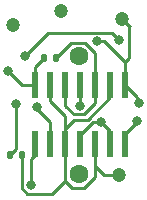
<source format=gbl>
%TF.GenerationSoftware,KiCad,Pcbnew,7.0.7*%
%TF.CreationDate,2023-12-15T10:49:52-05:00*%
%TF.ProjectId,Conference Circuit 1214,436f6e66-6572-4656-9e63-652043697263,rev?*%
%TF.SameCoordinates,Original*%
%TF.FileFunction,Copper,L2,Bot*%
%TF.FilePolarity,Positive*%
%FSLAX46Y46*%
G04 Gerber Fmt 4.6, Leading zero omitted, Abs format (unit mm)*
G04 Created by KiCad (PCBNEW 7.0.7) date 2023-12-15 10:49:52*
%MOMM*%
%LPD*%
G01*
G04 APERTURE LIST*
G04 Aperture macros list*
%AMRoundRect*
0 Rectangle with rounded corners*
0 $1 Rounding radius*
0 $2 $3 $4 $5 $6 $7 $8 $9 X,Y pos of 4 corners*
0 Add a 4 corners polygon primitive as box body*
4,1,4,$2,$3,$4,$5,$6,$7,$8,$9,$2,$3,0*
0 Add four circle primitives for the rounded corners*
1,1,$1+$1,$2,$3*
1,1,$1+$1,$4,$5*
1,1,$1+$1,$6,$7*
1,1,$1+$1,$8,$9*
0 Add four rect primitives between the rounded corners*
20,1,$1+$1,$2,$3,$4,$5,0*
20,1,$1+$1,$4,$5,$6,$7,0*
20,1,$1+$1,$6,$7,$8,$9,0*
20,1,$1+$1,$8,$9,$2,$3,0*%
G04 Aperture macros list end*
%TA.AperFunction,ComponentPad*%
%ADD10C,1.200000*%
%TD*%
%TA.AperFunction,ConnectorPad*%
%ADD11C,1.200000*%
%TD*%
%TA.AperFunction,ComponentPad*%
%ADD12C,1.600200*%
%TD*%
%TA.AperFunction,SMDPad,CuDef*%
%ADD13R,0.558800X2.286000*%
%TD*%
%TA.AperFunction,SMDPad,CuDef*%
%ADD14RoundRect,0.135000X-0.135000X-0.185000X0.135000X-0.185000X0.135000X0.185000X-0.135000X0.185000X0*%
%TD*%
%TA.AperFunction,ViaPad*%
%ADD15C,0.800000*%
%TD*%
%TA.AperFunction,Conductor*%
%ADD16C,0.250000*%
%TD*%
G04 APERTURE END LIST*
D10*
%TO.P,TP3,1,1*%
%TO.N,0*%
X151384000Y-91313000D03*
D11*
X151384000Y-91313000D03*
%TD*%
D10*
%TO.P,TP4,1,1*%
%TO.N,Net-(R2-Pad2)*%
X160401000Y-104013000D03*
D11*
X160401000Y-104013000D03*
%TD*%
D10*
%TO.P,TP2,1,1*%
%TO.N,Net-(Q3-C)*%
X155448000Y-90170000D03*
D11*
X155448000Y-90170000D03*
%TD*%
D10*
%TO.P,TP1,1,1*%
%TO.N,+3.3V*%
X160655000Y-90805000D03*
D11*
X160655000Y-90805000D03*
%TD*%
D12*
%TO.P,BT1,1,+*%
%TO.N,+3.3V*%
X156965000Y-93987595D03*
%TO.P,BT1,2,-*%
%TO.N,0*%
X156965000Y-103987595D03*
%TD*%
D13*
%TO.P,U1,1*%
%TO.N,Net-(C1-Pad2)*%
X160909000Y-101447600D03*
%TO.P,U1,2*%
%TO.N,Net-(R1-Pad1)*%
X159639000Y-101447600D03*
%TO.P,U1,3*%
%TO.N,Net-(R2-Pad2)*%
X158369000Y-101447600D03*
%TO.P,U1,4*%
%TO.N,Net-(R1-Pad1)*%
X157099000Y-101447600D03*
%TO.P,U1,5*%
%TO.N,Net-(R2-Pad2)*%
X155829000Y-101447600D03*
%TO.P,U1,6*%
%TO.N,Net-(C2-Pad2)*%
X154559000Y-101447600D03*
%TO.P,U1,7,GND*%
%TO.N,0*%
X153289000Y-101447600D03*
%TO.P,U1,8*%
%TO.N,Net-(C3-Pad2)*%
X153289000Y-96418400D03*
%TO.P,U1,9*%
%TO.N,Net-(R2-Pad2)*%
X154559000Y-96418400D03*
%TO.P,U1,10*%
%TO.N,Net-(R5-Pad2)*%
X155829000Y-96418400D03*
%TO.P,U1,11*%
%TO.N,Net-(C4-Pad1)*%
X157099000Y-96418400D03*
%TO.P,U1,12*%
%TO.N,Net-(R5-Pad2)*%
X158369000Y-96418400D03*
%TO.P,U1,13*%
%TO.N,Net-(R2-Pad2)*%
X159639000Y-96418400D03*
%TO.P,U1,14,VCC*%
%TO.N,+3.3V*%
X160909000Y-96418400D03*
%TD*%
D14*
%TO.P,R5,1*%
%TO.N,Net-(C3-Pad2)*%
X154049000Y-94107000D03*
%TO.P,R5,2*%
%TO.N,Net-(R5-Pad2)*%
X155069000Y-94107000D03*
%TD*%
%TO.P,R2,1*%
%TO.N,Net-(Q2-C)*%
X151128000Y-102362000D03*
%TO.P,R2,2*%
%TO.N,Net-(R2-Pad2)*%
X152148000Y-102362000D03*
%TD*%
D15*
%TO.N,Net-(C1-Pad2)*%
X161925000Y-99441000D03*
%TO.N,Net-(C2-Pad2)*%
X153416000Y-98298000D03*
%TO.N,0*%
X152908000Y-104902000D03*
%TO.N,Net-(C3-Pad2)*%
X151003000Y-95250000D03*
%TO.N,Net-(C4-Pad1)*%
X157099000Y-98171000D03*
%TO.N,Net-(Q3-B)*%
X152400000Y-93980000D03*
X160401000Y-92583000D03*
%TO.N,Net-(R1-Pad1)*%
X158877000Y-99568000D03*
%TO.N,+3.3V*%
X158496000Y-92710000D03*
X162052000Y-97917000D03*
%TO.N,Net-(Q2-C)*%
X151638000Y-98044000D03*
%TD*%
D16*
%TO.N,Net-(C1-Pad2)*%
X161925000Y-99568000D02*
X161925000Y-99441000D01*
X160909000Y-100584000D02*
X161925000Y-99568000D01*
X161925000Y-99441000D02*
X162052000Y-99441000D01*
X162052000Y-99441000D02*
X162052000Y-99441000D01*
X160909000Y-101447600D02*
X160909000Y-100584000D01*
%TO.N,Net-(C2-Pad2)*%
X153289000Y-98298000D02*
X153289000Y-98298000D01*
X154559000Y-99568000D02*
X153416000Y-98425000D01*
X154559000Y-101447600D02*
X154559000Y-99568000D01*
X153416000Y-98425000D02*
X153416000Y-98298000D01*
X153416000Y-98298000D02*
X153289000Y-98298000D01*
%TO.N,0*%
X153289000Y-101447600D02*
X153289000Y-102311200D01*
X153289000Y-102311200D02*
X152908000Y-102692200D01*
X152908000Y-102692200D02*
X152908000Y-104902000D01*
X152908000Y-104902000D02*
X152908000Y-105029000D01*
%TO.N,Net-(C3-Pad2)*%
X153289000Y-94867000D02*
X153289000Y-96418400D01*
X152171400Y-96418400D02*
X153289000Y-96418400D01*
X154049000Y-94107000D02*
X153289000Y-94867000D01*
X151003000Y-95250000D02*
X152171400Y-96418400D01*
%TO.N,Net-(C4-Pad1)*%
X157099000Y-98171000D02*
X157099000Y-96418400D01*
%TO.N,Net-(Q3-B)*%
X152400000Y-93980000D02*
X154395000Y-91985000D01*
X159422000Y-91985000D02*
X159803000Y-91985000D01*
X154395000Y-91985000D02*
X159422000Y-91985000D01*
X159803000Y-91985000D02*
X160401000Y-92583000D01*
%TO.N,Net-(R1-Pad1)*%
X159639000Y-101447600D02*
X159639000Y-100330000D01*
X157099000Y-100645200D02*
X158176200Y-99568000D01*
X157099000Y-101447600D02*
X157099000Y-100645200D01*
X159639000Y-100330000D02*
X158877000Y-99568000D01*
X158176200Y-99568000D02*
X158877000Y-99568000D01*
%TO.N,Net-(R2-Pad2)*%
X158369000Y-104174727D02*
X157431032Y-105112695D01*
X156591000Y-99346000D02*
X157761804Y-99346000D01*
X152607695Y-105627000D02*
X154723000Y-105627000D01*
X154723000Y-105627000D02*
X155829000Y-104521000D01*
X152148000Y-102362000D02*
X152148000Y-105167305D01*
X154559000Y-97811400D02*
X154559000Y-96418400D01*
X154559000Y-97811400D02*
X155829000Y-99081400D01*
X158369000Y-101447600D02*
X158369000Y-104174727D01*
X155829000Y-99081400D02*
X155829000Y-101447600D01*
X157761804Y-99346000D02*
X159639000Y-97468804D01*
X157431032Y-105112695D02*
X156420695Y-105112695D01*
X155829000Y-104521000D02*
X155829000Y-101447600D01*
X159143765Y-104013000D02*
X158369000Y-103238235D01*
X155829000Y-100108000D02*
X156591000Y-99346000D01*
X159639000Y-97468804D02*
X159639000Y-96418400D01*
X158369000Y-103238235D02*
X158369000Y-101447600D01*
X160401000Y-104013000D02*
X159143765Y-104013000D01*
X155829000Y-101447600D02*
X155829000Y-100108000D01*
X152148000Y-105167305D02*
X152607695Y-105627000D01*
X156420695Y-105112695D02*
X155829000Y-104521000D01*
%TO.N,+3.3V*%
X160909000Y-94478695D02*
X161255000Y-94132695D01*
X161925000Y-97434400D02*
X162052000Y-97917000D01*
X159140305Y-92710000D02*
X158496000Y-92710000D01*
X161255000Y-94132695D02*
X161255000Y-91405000D01*
X160909000Y-96418400D02*
X160909000Y-94478695D01*
X160909000Y-96418400D02*
X161925000Y-97434400D01*
X160909000Y-94478695D02*
X159140305Y-92710000D01*
X156965000Y-93987595D02*
X156329405Y-93987595D01*
X162052000Y-97917000D02*
X161925000Y-97917000D01*
X161255000Y-91405000D02*
X160655000Y-90805000D01*
X161290000Y-91440000D02*
X160655000Y-90805000D01*
%TO.N,Net-(R5-Pad2)*%
X157505495Y-92862495D02*
X158369000Y-93726000D01*
X155069000Y-94107000D02*
X156313505Y-92862495D01*
X156313505Y-92862495D02*
X157505495Y-92862495D01*
X158369000Y-96418400D02*
X158369000Y-97926305D01*
X158369000Y-93726000D02*
X158369000Y-96418400D01*
X155829000Y-98171000D02*
X155829000Y-96418400D01*
X157399305Y-98896000D02*
X156554000Y-98896000D01*
X158369000Y-97926305D02*
X157399305Y-98896000D01*
X156554000Y-98896000D02*
X155829000Y-98171000D01*
%TO.N,Net-(Q2-C)*%
X151128000Y-102362000D02*
X151638000Y-101852000D01*
X151638000Y-101852000D02*
X151638000Y-98044000D01*
%TD*%
M02*

</source>
